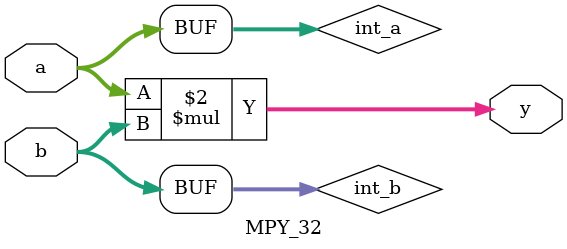
<source format=v>
`timescale 1ns / 1ps
/**********************************************************
*
*Author:   Raman Kooner, James Gojit
*Email:    ramankooner9@gmail.com, jamesjrgojit@gmail.com
*Filename: MPY_32.v
*Date:     October 4th, 2018
*Version:  1.3
*
*Notes: 
*
* This module will take two inputs: a and b.
* Two integers are assigned to a and b and they are 
* multiplied together for the ALU module. 
*
***********************************************************/
module MPY_32( a, b, y );
	
	// Inputs
	input  [31:0] a, b;
	
	// Outputs
	output [63:0] y;
	reg    [63:0] y;
	
	// Integers
	integer int_a, int_b;
	
	// Always Block
	always @ (a, b) begin
		
		// Assign integers to inputs
		int_a = a; 
		int_b = b;
		
		// Get results
		y     = int_a * int_b;  
		
	end

endmodule

</source>
